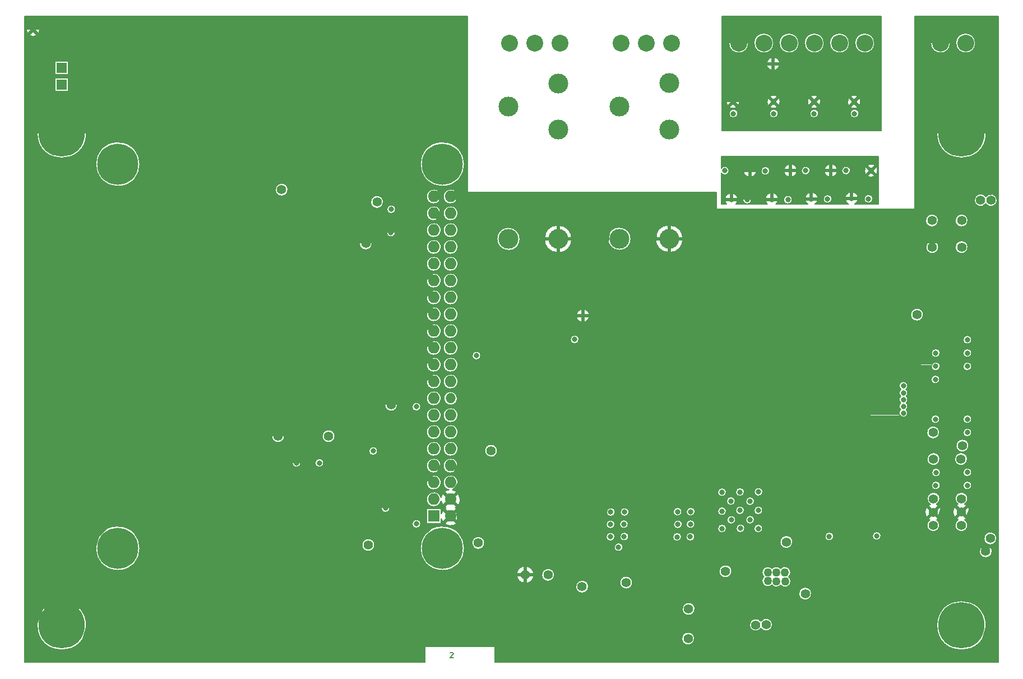
<source format=gbr>
%FSLAX23Y23*%
%MOIN*%
G04 EasyPC Gerber Version 17.0 Build 3379 *
%ADD74O,0.06000X0.06000*%
%ADD73O,0.07000X0.07000*%
%ADD77R,0.06000X0.06000*%
%ADD75R,0.07000X0.07000*%
%ADD28C,0.00500*%
%ADD29C,0.02000*%
%ADD81C,0.03200*%
%ADD82C,0.05000*%
%ADD80C,0.05600*%
%ADD78C,0.10000*%
%ADD79C,0.11811*%
%ADD76C,0.24409*%
%ADD72C,0.27500*%
X0Y0D02*
D02*
D28*
X2439Y58D02*
Y152D01*
X2854*
Y58*
X5849*
Y3898*
X5350*
Y2753*
X5349Y2752*
X4172*
Y2852*
X2691*
Y3898*
X59*
Y58*
X2439*
X70Y3819D02*
G75*
G02X147I39D01*
G01*
G75*
G02X70I-39*
G01*
X132Y278D02*
G75*
G02X426I147D01*
G01*
G75*
G02X132I-147*
G01*
Y3203D02*
G75*
G02X426I147D01*
G01*
G75*
G02X132I-147*
G01*
X239Y3533D02*
X318D01*
Y3454*
X239*
Y3533*
Y3633D02*
X318D01*
Y3554*
X239*
Y3633*
X612Y605D02*
G75*
G02Y868J132D01*
G01*
G75*
G02Y605J-132*
G01*
Y2889D02*
G75*
G02Y3152J132D01*
G01*
G75*
G02Y2889J-132*
G01*
X1528Y1403D02*
G75*
G02X1603I38D01*
G01*
G75*
G02X1528I-38*
G01*
X1549Y2868D02*
G75*
G02X1624I38D01*
G01*
G75*
G02X1549I-38*
G01*
X1649Y1244D02*
G75*
G02X1700I26D01*
G01*
G75*
G02X1649I-26*
G01*
X1785D02*
G75*
G02X1836I26D01*
G01*
G75*
G02X1785I-26*
G01*
X1828Y1403D02*
G75*
G02X1903I38D01*
G01*
G75*
G02X1828I-38*
G01*
X2049Y2548D02*
G75*
G02X2124I38D01*
G01*
G75*
G02X2049I-38*
G01*
X2064Y756D02*
G75*
G02X2139I38D01*
G01*
G75*
G02X2064I-38*
G01*
X2105Y1315D02*
G75*
G02X2156I26D01*
G01*
G75*
G02X2105I-26*
G01*
X2116Y2795D02*
G75*
G02X2191I38D01*
G01*
G75*
G02X2116I-38*
G01*
X2179Y975D02*
G75*
G02X2230I26D01*
G01*
G75*
G02X2179I-26*
G01*
X2200Y1590D02*
G75*
G02X2275I38D01*
G01*
G75*
G02X2200I-38*
G01*
X2211Y2613D02*
G75*
G02X2262I26D01*
G01*
G75*
G02X2211I-26*
G01*
X2212Y2752D02*
G75*
G02X2263I26D01*
G01*
G75*
G02X2212I-26*
G01*
X2362Y882D02*
G75*
G02X2413I26D01*
G01*
G75*
G02X2362I-26*
G01*
Y1578D02*
G75*
G02X2413I26D01*
G01*
G75*
G02X2362I-26*
G01*
X2491Y1172D02*
G75*
G02Y1083J-44D01*
G01*
G75*
G02Y1172J44*
G01*
Y1272D02*
G75*
G02Y1183J-44D01*
G01*
G75*
G02Y1272J44*
G01*
Y1372D02*
G75*
G02Y1283J-44D01*
G01*
G75*
G02Y1372J44*
G01*
Y1472D02*
G75*
G02Y1383J-44D01*
G01*
G75*
G02Y1472J44*
G01*
Y1572D02*
G75*
G02Y1483J-44D01*
G01*
G75*
G02Y1572J44*
G01*
Y1672D02*
G75*
G02Y1583J-44D01*
G01*
G75*
G02Y1672J44*
G01*
Y1772D02*
G75*
G02Y1683J-44D01*
G01*
G75*
G02Y1772J44*
G01*
Y1872D02*
G75*
G02Y1783J-44D01*
G01*
G75*
G02Y1872J44*
G01*
Y1972D02*
G75*
G02Y1883J-44D01*
G01*
G75*
G02Y1972J44*
G01*
Y2072D02*
G75*
G02Y1983J-44D01*
G01*
G75*
G02Y2072J44*
G01*
Y2172D02*
G75*
G02Y2083J-44D01*
G01*
G75*
G02Y2172J44*
G01*
Y2272D02*
G75*
G02Y2183J-44D01*
G01*
G75*
G02Y2272J44*
G01*
Y2372D02*
G75*
G02Y2283J-44D01*
G01*
G75*
G02Y2372J44*
G01*
Y2472D02*
G75*
G02Y2383J-44D01*
G01*
G75*
G02Y2472J44*
G01*
Y2572D02*
G75*
G02Y2483J-44D01*
G01*
G75*
G02Y2572J44*
G01*
Y2672D02*
G75*
G02Y2583J-44D01*
G01*
G75*
G02Y2672J44*
G01*
Y2772D02*
G75*
G02Y2683J-44D01*
G01*
G75*
G02Y2772J44*
G01*
Y2872D02*
G75*
G02Y2783J-44D01*
G01*
G75*
G02Y2872J44*
G01*
X2534Y1018D02*
G75*
G02X2491Y983I-43J10D01*
G01*
G75*
G02Y1072J44*
G01*
G75*
G02X2534Y1038J-44*
G01*
G75*
G02X2581Y1084I57J-10*
G01*
G75*
G02X2591Y1172I10J43*
G01*
G75*
G02X2601Y1084J-44*
G01*
G75*
G02X2619Y978I-10J-57*
G01*
G75*
G02X2591Y870I-28J-50*
G01*
G75*
G02X2536Y913J58*
G01*
Y883*
X2447*
Y972*
X2536*
Y943*
G75*
G02X2563Y978I56J-15*
G01*
G75*
G02X2534Y1018I28J50*
G01*
X2542Y605D02*
G75*
G02Y868J132D01*
G01*
G75*
G02Y605J-132*
G01*
Y2889D02*
G75*
G02Y3152J132D01*
G01*
G75*
G02Y2889J-132*
G01*
X2591Y1183D02*
G75*
G02Y1272J44D01*
G01*
G75*
G02Y1183J-44*
G01*
Y1283D02*
G75*
G02Y1372J44D01*
G01*
G75*
G02Y1283J-44*
G01*
Y1383D02*
G75*
G02Y1472J44D01*
G01*
G75*
G02Y1383J-44*
G01*
Y1483D02*
G75*
G02Y1572J44D01*
G01*
G75*
G02Y1483J-44*
G01*
Y1588D02*
G75*
G02Y1667J40D01*
G01*
G75*
G02Y1588J-40*
G01*
Y1683D02*
G75*
G02Y1772J44D01*
G01*
G75*
G02Y1683J-44*
G01*
Y1783D02*
G75*
G02Y1872J44D01*
G01*
G75*
G02Y1783J-44*
G01*
Y1883D02*
G75*
G02Y1972J44D01*
G01*
G75*
G02Y1883J-44*
G01*
Y1983D02*
G75*
G02Y2072J44D01*
G01*
G75*
G02Y1983J-44*
G01*
Y2083D02*
G75*
G02Y2172J44D01*
G01*
G75*
G02Y2083J-44*
G01*
Y2183D02*
G75*
G02Y2272J44D01*
G01*
G75*
G02Y2183J-44*
G01*
Y2283D02*
G75*
G02Y2372J44D01*
G01*
G75*
G02Y2283J-44*
G01*
Y2383D02*
G75*
G02Y2472J44D01*
G01*
G75*
G02Y2383J-44*
G01*
Y2483D02*
G75*
G02Y2572J44D01*
G01*
G75*
G02Y2483J-44*
G01*
Y2583D02*
G75*
G02Y2672J44D01*
G01*
G75*
G02Y2583J-44*
G01*
Y2683D02*
G75*
G02Y2772J44D01*
G01*
G75*
G02Y2683J-44*
G01*
Y2783D02*
G75*
G02Y2872J44D01*
G01*
G75*
G02Y2783J-44*
G01*
X2718Y768D02*
G75*
G02X2793I38D01*
G01*
G75*
G02X2718I-38*
G01*
X2719Y1882D02*
G75*
G02X2770I26D01*
G01*
G75*
G02X2719I-26*
G01*
X2832Y1279D02*
G75*
G02Y1354J38D01*
G01*
G75*
G02Y1279J-38*
G01*
X2935Y2644D02*
G75*
G02Y2507J-69D01*
G01*
G75*
G02Y2644J69*
G01*
X3035Y529D02*
G75*
G02Y630J51D01*
G01*
G75*
G02Y529J-51*
G01*
X3133Y578D02*
G75*
G02X3208I38D01*
G01*
G75*
G02X3133I-38*
G01*
X3230Y2657D02*
G75*
G02Y2494J-82D01*
G01*
G75*
G02Y2657J82*
G01*
X3303Y1978D02*
G75*
G02X3354I26D01*
G01*
G75*
G02X3303I-26*
G01*
X3336Y508D02*
G75*
G02X3411I38D01*
G01*
G75*
G02X3336I-38*
G01*
X3339Y2119D02*
G75*
G02X3416I39D01*
G01*
G75*
G02X3339I-39*
G01*
X3516Y805D02*
G75*
G02X3567I26D01*
G01*
G75*
G02X3516I-26*
G01*
Y879D02*
G75*
G02X3567I26D01*
G01*
G75*
G02X3516I-26*
G01*
X3518Y952D02*
G75*
G02X3569I26D01*
G01*
G75*
G02X3518I-26*
G01*
X3564Y743D02*
G75*
G02X3615I26D01*
G01*
G75*
G02X3564I-26*
G01*
X3595Y2645D02*
G75*
G02Y2508J-69D01*
G01*
G75*
G02Y2645J69*
G01*
X3596Y880D02*
G75*
G02X3647I26D01*
G01*
G75*
G02X3596I-26*
G01*
X3598Y806D02*
G75*
G02X3649I26D01*
G01*
G75*
G02X3598I-26*
G01*
X3600Y952D02*
G75*
G02X3651I26D01*
G01*
G75*
G02X3600I-26*
G01*
X3635Y570D02*
G75*
G02Y495J-38D01*
G01*
G75*
G02Y570J38*
G01*
X3891Y2658D02*
G75*
G02Y2495J-82D01*
G01*
G75*
G02Y2658J82*
G01*
X3912Y804D02*
G75*
G02X3963I26D01*
G01*
G75*
G02X3912I-26*
G01*
X3915Y954D02*
G75*
G02X3966I26D01*
G01*
G75*
G02X3915I-26*
G01*
X3917Y879D02*
G75*
G02X3968I26D01*
G01*
G75*
G02X3917I-26*
G01*
X3966Y200D02*
G75*
G02X4041I38D01*
G01*
G75*
G02X3966I-38*
G01*
X3969Y376D02*
G75*
G02X4044I38D01*
G01*
G75*
G02X3969I-38*
G01*
X3991Y805D02*
G75*
G02X4042I26D01*
G01*
G75*
G02X3991I-26*
G01*
X3992Y880D02*
G75*
G02X4043I26D01*
G01*
G75*
G02X3992I-26*
G01*
X3993Y954D02*
G75*
G02X4044I26D01*
G01*
G75*
G02X3993I-26*
G01*
X4179Y854D02*
G75*
G02X4230I26D01*
G01*
G75*
G02X4179I-26*
G01*
Y957D02*
G75*
G02X4230I26D01*
G01*
G75*
G02X4179I-26*
G01*
Y1070D02*
G75*
G02X4230I26D01*
G01*
G75*
G02X4179I-26*
G01*
X4188Y600D02*
G75*
G02X4263I38D01*
G01*
G75*
G02X4188I-38*
G01*
X4232Y1017D02*
G75*
G02X4283I26D01*
G01*
G75*
G02X4232I-26*
G01*
X4234Y906D02*
G75*
G02X4285I26D01*
G01*
G75*
G02X4234I-26*
G01*
X4286Y962D02*
G75*
G02X4337I26D01*
G01*
G75*
G02X4286I-26*
G01*
Y1071D02*
G75*
G02X4337I26D01*
G01*
G75*
G02X4286I-26*
G01*
X4289Y855D02*
G75*
G02X4340I26D01*
G01*
G75*
G02X4289I-26*
G01*
X4346Y906D02*
G75*
G02X4397I26D01*
G01*
G75*
G02X4346I-26*
G01*
Y1016D02*
G75*
G02X4397I26D01*
G01*
G75*
G02X4346I-26*
G01*
X4395Y854D02*
G75*
G02X4446I26D01*
G01*
G75*
G02X4395I-26*
G01*
Y962D02*
G75*
G02X4446I26D01*
G01*
G75*
G02X4395I-26*
G01*
X4396Y1072D02*
G75*
G02X4447I26D01*
G01*
G75*
G02X4396I-26*
G01*
X4436Y302D02*
G75*
G02X4505Y282I32J-20D01*
G01*
G75*
G02X4437Y261I-38*
G01*
G75*
G02X4368Y281I-32J20*
G01*
G75*
G02X4436Y302I38*
G01*
X4454Y567D02*
G75*
G02X4442Y593I23J26D01*
G01*
G75*
G02X4502Y616I35*
G01*
G75*
G02X4553Y617I26J-23*
G01*
G75*
G02X4614Y594I26J-23*
G01*
G75*
G02X4601Y568I-35*
G01*
G75*
G02X4615Y540I-21J-27*
G01*
G75*
G02X4554Y518I-35*
G01*
G75*
G02X4502Y518I-26J22*
G01*
G75*
G02X4442Y542I-25J24*
G01*
G75*
G02X4454Y567I35J0*
G01*
X4550Y774D02*
G75*
G02X4625I38D01*
G01*
G75*
G02X4550I-38*
G01*
X4662Y467D02*
G75*
G02X4737I38D01*
G01*
G75*
G02X4662I-38*
G01*
X4817Y807D02*
G75*
G02X4868I26D01*
G01*
G75*
G02X4817I-26*
G01*
X5099Y810D02*
G75*
G02X5150I26D01*
G01*
G75*
G02X5099I-26*
G01*
X5268Y1561D02*
G75*
G02Y1601I16J20D01*
G01*
G75*
G02Y1641I16J20*
G01*
G75*
G02X5269Y1682I16J20*
G01*
G75*
G02X5284Y1728I15J21*
G01*
G75*
G02X5299Y1682J-26*
G01*
G75*
G02X5300Y1641I-15J-21*
G01*
G75*
G02Y1601I-16J-20*
G01*
G75*
G02Y1561I-16J-20*
G01*
G75*
G02X5284Y1516I-16J-20*
G01*
G75*
G02X5268Y1561J26*
G01*
X5327Y2125D02*
G75*
G02X5402I38D01*
G01*
G75*
G02X5327I-38*
G01*
X5416Y2685D02*
G75*
G02X5491I38D01*
G01*
G75*
G02X5416I-38*
G01*
X5418Y2527D02*
G75*
G02X5493I38D01*
G01*
G75*
G02X5418I-38*
G01*
X5423Y1425D02*
G75*
G02X5498I38D01*
G01*
G75*
G02X5423I-38*
G01*
X5425Y1267D02*
G75*
G02X5500I38D01*
G01*
G75*
G02X5425I-38*
G01*
X5441Y905D02*
G75*
G02X5444Y998I21J46D01*
G01*
G75*
G02X5425Y1031I19J32*
G01*
G75*
G02X5500I38*
G01*
G75*
G02X5480Y998I-38*
G01*
G75*
G02X5482Y905I-19J-47*
G01*
G75*
G02X5499Y874I-21J-31*
G01*
G75*
G02X5424I-38*
G01*
G75*
G02X5441Y905I38*
G01*
X5444Y3740D02*
G75*
G02X5563I59D01*
G01*
G75*
G02X5444I-59*
G01*
X5448Y1504D02*
G75*
G02X5499I26D01*
G01*
G75*
G02X5448I-26*
G01*
Y1740D02*
G75*
G02X5499I26D01*
G01*
G75*
G02X5448I-26*
G01*
X5450Y1818D02*
G75*
G02X5501I26D01*
G01*
G75*
G02X5450I-26*
G01*
Y1897D02*
G75*
G02X5501I26D01*
G01*
G75*
G02X5450I-26*
G01*
X5451Y1110D02*
G75*
G02X5502I26D01*
G01*
G75*
G02X5451I-26*
G01*
X5452Y1187D02*
G75*
G02X5503I26D01*
G01*
G75*
G02X5452I-26*
G01*
X5482Y278D02*
G75*
G02X5776I147D01*
G01*
G75*
G02X5482I-147*
G01*
Y3203D02*
G75*
G02X5776I147D01*
G01*
G75*
G02X5482I-147*
G01*
X5589Y1267D02*
G75*
G02X5664I38D01*
G01*
G75*
G02X5589I-38*
G01*
X5592Y2527D02*
G75*
G02X5667I38D01*
G01*
G75*
G02X5592I-38*
G01*
Y2685D02*
G75*
G02X5667I38D01*
G01*
G75*
G02X5592I-38*
G01*
X5594Y3740D02*
G75*
G02X5713I59D01*
G01*
G75*
G02X5594I-59*
G01*
X5597Y1347D02*
G75*
G02X5672I38D01*
G01*
G75*
G02X5597I-38*
G01*
X5609Y906D02*
G75*
G02Y999I19J47D01*
G01*
G75*
G02X5591Y1031I19J32*
G01*
G75*
G02X5666I38*
G01*
G75*
G02X5648Y999I-38*
G01*
G75*
G02Y906I-19J-47*
G01*
G75*
G02X5666Y874I-19J-32*
G01*
G75*
G02X5591I-38*
G01*
G75*
G02X5609Y906I38*
G01*
X5638Y1110D02*
G75*
G02X5689I26D01*
G01*
G75*
G02X5638I-26*
G01*
Y1188D02*
G75*
G02X5689I26D01*
G01*
G75*
G02X5638I-26*
G01*
Y1425D02*
G75*
G02X5689I26D01*
G01*
G75*
G02X5638I-26*
G01*
Y1504D02*
G75*
G02X5689I26D01*
G01*
G75*
G02X5638I-26*
G01*
Y1818D02*
G75*
G02X5689I26D01*
G01*
G75*
G02X5638I-26*
G01*
Y1897D02*
G75*
G02X5689I26D01*
G01*
G75*
G02X5638I-26*
G01*
Y1976D02*
G75*
G02X5689I26D01*
G01*
G75*
G02X5638I-26*
G01*
X5736Y718D02*
G75*
G02X5811I38D01*
G01*
G75*
G02X5736I-38*
G01*
X5763Y795D02*
G75*
G02X5838I38D01*
G01*
G75*
G02X5763I-38*
G01*
X5773Y2785D02*
G75*
G02X5705Y2806I-31J21D01*
G01*
G75*
G02X5773Y2826I38*
G01*
G75*
G02X5842Y2806I31J-21*
G01*
G75*
G02X5773Y2785I-38*
G01*
X59Y3819D02*
G36*
Y3593D01*
X239*
Y3633*
X318*
Y3593*
X2691*
Y3819*
X147*
G75*
G02X70I-39*
G01*
X59*
G37*
X70D02*
G36*
G75*
G02X147I39D01*
G01*
X2691*
Y3898*
X59*
Y3819*
X70*
G37*
X59Y278D02*
G36*
Y200D01*
X154*
G75*
G02X132Y278I125J78*
G01*
X59*
G37*
X132D02*
G36*
G75*
G02X169Y376I147D01*
G01*
X59*
Y278*
X132*
G37*
X426D02*
G36*
G75*
G02X403Y200I-147J0D01*
G01*
X3966*
G75*
G02X4041I38*
G01*
X5504*
G75*
G02X5482Y278I125J78*
G01*
X4505*
G75*
G02X4437Y261I-37J4*
G01*
G75*
G02X4368Y278I-32J20*
G01*
X426*
G37*
X4368D02*
G36*
G75*
G02X4368Y281I37J3D01*
G01*
G75*
G02X4436Y302I38*
G01*
G75*
G02X4505Y282I32J-20*
G01*
G75*
G02X4505Y278I-38*
G01*
X5482*
G75*
G02X5519Y376I147*
G01*
X4044*
G75*
G02X3969I-38*
G01*
X388*
G75*
G02X426Y278I-110J-98*
G01*
X4368*
G37*
X5776D02*
G36*
G75*
G02X5753Y200I-147J0D01*
G01*
X5849*
Y278*
X5776*
G37*
X5849D02*
G36*
Y376D01*
X5738*
G75*
G02X5776Y278I-110J-98*
G01*
X5849*
G37*
X59Y3203D02*
G36*
Y3020D01*
X481*
G75*
G02X612Y3152I132*
G01*
G75*
G02X744Y3020J-132*
G01*
X2410*
G75*
G02X2542Y3152I132*
G01*
G75*
G02X2673Y3020J-132*
G01*
X2691*
Y3203*
X426*
G75*
G02X132I-147*
G01*
X59*
G37*
X132D02*
G36*
G75*
G02X426I147D01*
G01*
X2691*
Y3493*
X318*
Y3454*
X239*
Y3493*
X59*
Y3203*
X132*
G37*
X5350D02*
G36*
Y2795D01*
X5706*
G75*
G02X5705Y2806I36J10*
G01*
G75*
G02X5773Y2826I38*
G01*
G75*
G02X5842Y2806I31J-21*
G01*
G75*
G02X5841Y2795I-38*
G01*
X5849*
Y3203*
X5776*
G75*
G02X5482I-147*
G01*
X5350*
G37*
X5482D02*
G36*
G75*
G02X5776I147D01*
G01*
X5849*
Y3740*
X5713*
G75*
G02X5594I-59*
G01*
X5563*
G75*
G02X5444I-59*
G01*
X5350*
Y3203*
X5482*
G37*
X239Y3493D02*
G36*
Y3533D01*
X318*
Y3493*
X2691*
Y3593*
X318*
Y3554*
X239*
Y3593*
X59*
Y3493*
X239*
G37*
X59Y737D02*
G36*
Y579D01*
X2985*
G75*
G02X3035Y630I51*
G01*
G75*
G02X3086Y579J-51*
G01*
X3133*
G75*
G02X3207I37J-1*
G01*
X4195*
G75*
G02X4188Y600I31J21*
G01*
G75*
G02X4263I38*
G01*
G75*
G02X4257Y579I-38J0*
G01*
X4445*
G75*
G02X4442Y593I32J14*
G01*
G75*
G02X4502Y616I35*
G01*
G75*
G02X4553Y617I26J-23*
G01*
G75*
G02X4614Y594I26J-23*
G01*
G75*
G02X4610Y579I-35J0*
G01*
X5849*
Y737*
X5806*
G75*
G02X5811Y718I-32J-19*
G01*
G75*
G02X5736I-38*
G01*
G75*
G02X5741Y737I38J0*
G01*
X4593*
G75*
G02X4582I-5J37*
G01*
X3614*
G75*
G02X3564I-25J6*
G01*
X2777*
G75*
G02X2734I-22J31*
G01*
X2673*
G75*
G02X2542Y605I-132*
G01*
G75*
G02X2410Y737J132*
G01*
X2134*
G75*
G02X2070I-32J19*
G01*
X744*
G75*
G02X612Y605I-132*
G01*
G75*
G02X481Y737J132*
G01*
X59*
G37*
X481D02*
G36*
G75*
G02X500Y805I132D01*
G01*
X59*
Y737*
X481*
G37*
X2070D02*
G36*
G75*
G02X2064Y756I32J19D01*
G01*
G75*
G02X2139I38*
G01*
G75*
G02X2134Y737I-38*
G01*
X2410*
G75*
G02X2429Y805I132*
G01*
X725*
G75*
G02X744Y737I-113J-68*
G01*
X2070*
G37*
X2734D02*
G36*
G75*
G02X2718Y768I22J31D01*
G01*
G75*
G02X2754Y805I38*
G01*
X2654*
G75*
G02X2673Y737I-113J-68*
G01*
X2734*
G37*
X3564D02*
G36*
G75*
G02X3564Y743I25J6D01*
G01*
G75*
G02X3615I26*
G01*
G75*
G02X3614Y737I-26J0*
G01*
X4582*
G75*
G02X4550Y774I5J37*
G01*
G75*
G02X4566Y805I38*
G01*
X4042*
G75*
G02X3991I-26*
G01*
X3963*
G75*
G02X3963Y804I-25J-1*
G01*
G75*
G02X3912I-26*
G01*
G75*
G02X3912Y805I25J0*
G01*
X3649*
G75*
G02X3598I-25J1*
G01*
X3567*
G75*
G02X3516I-26*
G01*
X2758*
G75*
G02X2793Y768I-2J-37*
G01*
G75*
G02X2777Y737I-38*
G01*
X3564*
G37*
X5741D02*
G36*
G75*
G02X5806I32J-19D01*
G01*
X5849*
Y805*
X5837*
G75*
G02X5838Y795I-36J-10*
G01*
G75*
G02X5763I-38*
G01*
G75*
G02X5765Y805I38J0*
G01*
X5149*
G75*
G02X5099I-25J5*
G01*
X4868*
G75*
G02X4817I-25J2*
G01*
X4609*
G75*
G02X4625Y774I-21J-31*
G01*
G75*
G02X4593Y737I-38*
G01*
X5741*
G37*
X59Y3020D02*
G36*
Y2868D01*
X1549*
G75*
G02X1624I38*
G01*
X2472*
G75*
G02X2491Y2872I19J-40*
G01*
G75*
G02X2510Y2868J-44*
G01*
X2572*
G75*
G02X2591Y2872I19J-40*
G01*
G75*
G02X2610Y2868J-44*
G01*
X2691*
Y3020*
X2673*
G75*
G02X2542Y2889I-132*
G01*
G75*
G02X2410Y3020J132*
G01*
X744*
G75*
G02X612Y2889I-132*
G01*
G75*
G02X481Y3020J132*
G01*
X59*
G37*
Y1403D02*
G36*
Y1315D01*
X2105*
G75*
G02X2156I26*
G01*
X2448*
G75*
G02X2491Y1372I43J12*
G01*
G75*
G02X2534Y1315J-44*
G01*
X2548*
G75*
G02X2591Y1372I43J12*
G01*
G75*
G02X2634Y1315J-44*
G01*
X2794*
G75*
G02X2832Y1354I37J1*
G01*
G75*
G02X2869Y1315J-38*
G01*
X5614*
G75*
G02X5597Y1347I21J31*
G01*
G75*
G02X5672I38*
G01*
G75*
G02X5656Y1315I-38*
G01*
X5849*
Y1403*
X5676*
G75*
G02X5652I-12J22*
G01*
X5490*
G75*
G02X5430I-30J22*
G01*
X2628*
G75*
G02X2591Y1383I-37J25*
G01*
G75*
G02X2554Y1403J44*
G01*
X2528*
G75*
G02X2491Y1383I-37J25*
G01*
G75*
G02X2454Y1403J44*
G01*
X1903*
G75*
G02X1828I-38*
G01*
X1603*
G75*
G02X1528I-38*
G01*
X59*
G37*
X1528D02*
G36*
G75*
G02X1603I38D01*
G01*
X1828*
G75*
G02X1903I38*
G01*
X2454*
G75*
G02X2491Y1472I37J25*
G01*
G75*
G02X2528Y1403J-44*
G01*
X2554*
G75*
G02X2591Y1472I37J25*
G01*
G75*
G02X2628Y1403J-44*
G01*
X5430*
G75*
G02X5423Y1425I30J22*
G01*
G75*
G02X5498I38*
G01*
G75*
G02X5490Y1403I-38*
G01*
X5652*
G75*
G02X5638Y1425I12J22*
G01*
G75*
G02X5689I26*
G01*
G75*
G02X5676Y1403I-26*
G01*
X5849*
Y1528*
X5673*
G75*
G02X5689Y1504I-9J-24*
G01*
G75*
G02X5638I-26*
G01*
G75*
G02X5654Y1528I26*
G01*
X5483*
G75*
G02X5499Y1504I-9J-24*
G01*
G75*
G02X5448I-26*
G01*
G75*
G02X5465Y1528I26*
G01*
X5306*
G75*
G02X5284Y1516I-22J14*
G01*
G75*
G02X5263Y1528J26*
G01*
X2636*
G75*
G02X2591Y1483I-44*
G01*
G75*
G02X2547Y1528J44*
G01*
X2536*
G75*
G02X2491Y1483I-44*
G01*
G75*
G02X2447Y1528J44*
G01*
X59*
Y1403*
X1528*
G37*
X59Y2868D02*
G36*
Y2795D01*
X2116*
G75*
G02X2191I38*
G01*
X2461*
G75*
G02X2472Y2868I30J33*
G01*
X1624*
G75*
G02X1549I-38*
G01*
X59*
G37*
X2510D02*
G36*
G75*
G02X2521Y2795I-19J-40D01*
G01*
X2561*
G75*
G02X2572Y2868I30J33*
G01*
X2510*
G37*
X2610D02*
G36*
G75*
G02X2621Y2795I-19J-40D01*
G01*
X4172*
Y2852*
X2691*
Y2868*
X2610*
G37*
X59Y1244D02*
G36*
Y1187D01*
X2473*
G75*
G02X2450Y1244I18J41*
G01*
X1836*
G75*
G02X1785I-26*
G01*
X1700*
G75*
G02X1649I-26*
G01*
X59*
G37*
X1649D02*
G36*
G75*
G02X1700I26D01*
G01*
X1785*
G75*
G02X1836I26*
G01*
X2450*
G75*
G02X2491Y1272I41J-17*
G01*
G75*
G02X2532Y1244J-44*
G01*
X2550*
G75*
G02X2591Y1272I41J-17*
G01*
G75*
G02X2632Y1244J-44*
G01*
X5433*
G75*
G02X5425Y1267I30J22*
G01*
G75*
G02X5500I38*
G01*
G75*
G02X5493Y1244I-38*
G01*
X5596*
G75*
G02X5589Y1267I30J22*
G01*
G75*
G02X5664I38*
G01*
G75*
G02X5656Y1244I-38*
G01*
X5849*
Y1315*
X5656*
G75*
G02X5614I-21J31*
G01*
X2869*
G75*
G02X2832Y1279I-37J1*
G01*
G75*
G02X2794Y1315J38*
G01*
X2634*
G75*
G02X2591Y1283I-43J12*
G01*
G75*
G02X2548Y1315J44*
G01*
X2534*
G75*
G02X2491Y1283I-43J12*
G01*
G75*
G02X2448Y1315J44*
G01*
X2156*
G75*
G02X2105I-26*
G01*
X59*
Y1244*
X1649*
G37*
X2532D02*
G36*
G75*
G02X2509Y1187I-41J-17D01*
G01*
X2573*
G75*
G02X2550Y1244I18J41*
G01*
X2532*
G37*
X2632D02*
G36*
G75*
G02X2609Y1187I-41J-17D01*
G01*
X5452*
G75*
G02X5503I26*
G01*
X5638*
G75*
G02X5638Y1188I25J1*
G01*
G75*
G02X5689I26*
G01*
G75*
G02X5689Y1187I-26J0*
G01*
X5849*
Y1244*
X5656*
G75*
G02X5596I-30J22*
G01*
X5493*
G75*
G02X5433I-30J22*
G01*
X2632*
G37*
X59Y2548D02*
G36*
Y2428D01*
X2447*
G75*
G02X2491Y2472I44*
G01*
G75*
G02X2536Y2428J-44*
G01*
X2547*
G75*
G02X2591Y2472I44*
G01*
G75*
G02X2636Y2428J-44*
G01*
X5849*
Y2548*
X5661*
G75*
G02X5667Y2527I-31J-21*
G01*
G75*
G02X5592I-38*
G01*
G75*
G02X5599Y2548I38*
G01*
X5486*
G75*
G02X5493Y2527I-31J-21*
G01*
G75*
G02X5418I-38*
G01*
G75*
G02X5424Y2548I38*
G01*
X3967*
G75*
G02X3891Y2495I-77J28*
G01*
G75*
G02X3814Y2548J82*
G01*
X3658*
G75*
G02X3595Y2508I-63J28*
G01*
G75*
G02X3533Y2548J69*
G01*
X3307*
G75*
G02X3230Y2494I-77J27*
G01*
G75*
G02X3153Y2548J82*
G01*
X2998*
G75*
G02X2935Y2507I-63J27*
G01*
G75*
G02X2872Y2548J69*
G01*
X2630*
G75*
G02X2591Y2483I-39J-21*
G01*
G75*
G02X2552Y2548J44*
G01*
X2530*
G75*
G02X2491Y2483I-39J-21*
G01*
G75*
G02X2452Y2548J44*
G01*
X2124*
G75*
G02X2049I-38*
G01*
X59*
G37*
X2049D02*
G36*
G75*
G02X2124I38D01*
G01*
X2452*
G75*
G02X2491Y2572I39J-21*
G01*
G75*
G02X2530Y2548J-44*
G01*
X2552*
G75*
G02X2591Y2572I39J-21*
G01*
G75*
G02X2630Y2548J-44*
G01*
X2872*
G75*
G02X2878Y2613I63J27*
G01*
X2633*
G75*
G02X2591Y2583I-42J14*
G01*
G75*
G02X2549Y2613J44*
G01*
X2533*
G75*
G02X2491Y2583I-42J14*
G01*
G75*
G02X2449Y2613J44*
G01*
X2262*
G75*
G02X2211I-26*
G01*
X59*
Y2548*
X2049*
G37*
X3153D02*
G36*
G75*
G02X3158Y2613I77J27D01*
G01*
X2992*
G75*
G02X2998Y2548I-57J-38*
G01*
X3153*
G37*
X3533D02*
G36*
G75*
G02X3537Y2613I63J28D01*
G01*
X3302*
G75*
G02X3307Y2548I-72J-38*
G01*
X3533*
G37*
X3814D02*
G36*
G75*
G02X3818Y2613I77J28D01*
G01*
X3653*
G75*
G02X3658Y2548I-58J-37*
G01*
X3814*
G37*
X5424D02*
G36*
G75*
G02X5486I31J-21D01*
G01*
X5599*
G75*
G02X5661I31J-21*
G01*
X5849*
Y2613*
X3963*
G75*
G02X3967Y2548I-73J-37*
G01*
X5424*
G37*
X59Y2795D02*
G36*
Y2752D01*
X2212*
G75*
G02X2263I26*
G01*
X2454*
G75*
G02X2491Y2772I37J-24*
G01*
G75*
G02X2528Y2752J-44*
G01*
X2554*
G75*
G02X2591Y2772I37J-24*
G01*
G75*
G02X2628Y2752J-44*
G01*
X4172*
Y2795*
X2621*
G75*
G02X2591Y2783I-30J33*
G01*
G75*
G02X2561Y2795J44*
G01*
X2521*
G75*
G02X2491Y2783I-30J33*
G01*
G75*
G02X2461Y2795J44*
G01*
X2191*
G75*
G02X2116I-38*
G01*
X59*
G37*
X5350D02*
G36*
Y2753D01*
X5349Y2752*
X4172*
X2628*
G75*
G02X2602Y2685I-37J-24*
G01*
X5416*
G75*
G02X5491I38*
G01*
X5592*
G75*
G02X5667I38*
G01*
X5849*
Y2795*
X5841*
G75*
G02X5773Y2785I-36J10*
G01*
G75*
G02X5706Y2795I-31J21*
G01*
X5350*
G37*
X59Y975D02*
G36*
Y882D01*
X2362*
G75*
G02X2413I26*
G01*
X2556*
G75*
G02X2536Y913I35J45*
G01*
Y883*
X2447*
Y972*
X2536*
Y943*
G75*
G02X2558Y975I56J-15*
G01*
X2230*
G75*
G02X2179I-26*
G01*
X59*
G37*
X2179D02*
G36*
G75*
G02X2230I26D01*
G01*
X2558*
G75*
G02X2563Y978I33J-47*
G01*
G75*
G02X2534Y1018I28J50*
G01*
G75*
G02X2491Y983I-43J10*
G01*
G75*
G02X2448Y1017J44*
G01*
X59*
Y975*
X2179*
G37*
X2624D02*
G36*
G75*
G02X2627Y882I-33J-47D01*
G01*
X3517*
G75*
G02X3567I25J-4*
G01*
X3596*
G75*
G02X3647I25J-2*
G01*
X3917*
G75*
G02X3968I25J-4*
G01*
X3992*
G75*
G02X4043I25J-2*
G01*
X4250*
G75*
G02X4234Y906I9J24*
G01*
G75*
G02X4285I26*
G01*
G75*
G02X4269Y882I-26*
G01*
X4362*
G75*
G02X4346Y906I9J24*
G01*
G75*
G02X4397I26*
G01*
G75*
G02X4381Y882I-26*
G01*
X5425*
G75*
G02X5441Y905I36J-9*
G01*
G75*
G02X5417Y975I21J46*
G01*
X4443*
G75*
G02X4446Y962I-22J-12*
G01*
G75*
G02X4395I-26*
G01*
G75*
G02X4398Y975I26*
G01*
X4334*
G75*
G02X4337Y962I-22J-12*
G01*
G75*
G02X4286I-26*
G01*
G75*
G02X4290Y975I26*
G01*
X4223*
G75*
G02X4230Y957I-19J-17*
G01*
G75*
G02X4179I-26*
G01*
G75*
G02X4186Y975I26*
G01*
X4033*
G75*
G02X4044Y954I-14J-21*
G01*
G75*
G02X3993I-26*
G01*
G75*
G02X4005Y975I26*
G01*
X3954*
G75*
G02X3966Y954I-14J-21*
G01*
G75*
G02X3915I-26*
G01*
G75*
G02X3926Y975I26*
G01*
X3638*
G75*
G02X3651Y952I-12J-22*
G01*
G75*
G02X3600I-26*
G01*
G75*
G02X3613Y975I26*
G01*
X3555*
G75*
G02X3569Y952I-12J-22*
G01*
G75*
G02X3518I-26*
G01*
G75*
G02X3531Y975I26*
G01*
X2624*
G37*
X3531D02*
G36*
G75*
G02X3555I12J-22D01*
G01*
X3613*
G75*
G02X3638I12J-22*
G01*
X3926*
G75*
G02X3954I14J-21*
G01*
X4005*
G75*
G02X4033I14J-21*
G01*
X4186*
G75*
G02X4223I19J-17*
G01*
X4290*
G75*
G02X4334I22J-12*
G01*
X4398*
G75*
G02X4443I22J-12*
G01*
X5417*
G75*
G02X5444Y998I45J-24*
G01*
G75*
G02X5428Y1017I19J32*
G01*
X4397*
G75*
G02X4397Y1016I-25J-1*
G01*
G75*
G02X4346I-26*
G01*
G75*
G02X4346Y1017I25J0*
G01*
X4283*
G75*
G02X4232I-26*
G01*
X2648*
G75*
G02X2619Y978I-57J10*
G01*
G75*
G02X2624Y975I-28J-50*
G01*
X3531*
G37*
X5506D02*
G36*
G75*
G02X5482Y905I-45J-24D01*
G01*
G75*
G02X5498Y882I-21J-31*
G01*
X5592*
G75*
G02X5609Y906I36J-9*
G01*
G75*
G02X5583Y975I19J47*
G01*
X5506*
G37*
X5583D02*
G36*
G75*
G02X5609Y999I45J-22D01*
G01*
G75*
G02X5594Y1017I19J32*
G01*
X5498*
G75*
G02X5480Y998I-35J14*
G01*
G75*
G02X5506Y975I-19J-47*
G01*
X5583*
G37*
X5674D02*
G36*
G75*
G02X5648Y906I-45J-22D01*
G01*
G75*
G02X5665Y882I-19J-32*
G01*
X5849*
Y975*
X5674*
G37*
X5849D02*
G36*
Y1017D01*
X5664*
G75*
G02X5648Y999I-35J14*
G01*
G75*
G02X5674Y975I-19J-47*
G01*
X5849*
G37*
X59Y1590D02*
G36*
Y1528D01*
X2447*
G75*
G02X2491Y1572I44*
G01*
G75*
G02X2536Y1528J-44*
G01*
X2547*
G75*
G02X2591Y1572I44*
G01*
G75*
G02X2636Y1528J-44*
G01*
X5263*
G75*
G02X5268Y1561I22J14*
G01*
G75*
G02X5260Y1590I16J20*
G01*
X2603*
G75*
G02X2591Y1588I-12J38*
G01*
G75*
G02X2579Y1590J40*
G01*
X2515*
G75*
G02X2491Y1583I-24J38*
G01*
G75*
G02X2467Y1590J44*
G01*
X2410*
G75*
G02X2413Y1578I-22J-13*
G01*
G75*
G02X2362I-26*
G01*
G75*
G02X2365Y1590I26*
G01*
X2275*
G75*
G02X2200I-38*
G01*
X59*
G37*
X2200D02*
G36*
G75*
G02X2275I38D01*
G01*
X2365*
G75*
G02X2410I22J-13*
G01*
X2467*
G75*
G02X2491Y1672I24J38*
G01*
G75*
G02X2515Y1590J-44*
G01*
X2579*
G75*
G02X2591Y1667I12J38*
G01*
G75*
G02X2603Y1590J-40*
G01*
X5260*
G75*
G02X5268Y1601I24J-9*
G01*
G75*
G02Y1641I16J20*
G01*
G75*
G02X5269Y1682I16J20*
G01*
G75*
G02X5281Y1728I15J21*
G01*
X2636*
G75*
G02X2591Y1683I-44*
G01*
G75*
G02X2547Y1728J44*
G01*
X2536*
G75*
G02X2491Y1683I-44*
G01*
G75*
G02X2447Y1728J44*
G01*
X59*
Y1590*
X2200*
G37*
X5308D02*
G36*
G75*
G02X5300Y1561I-24J-9D01*
G01*
G75*
G02X5306Y1528I-16J-20*
G01*
X5465*
G75*
G02X5483I9J-24*
G01*
X5654*
G75*
G02X5673I9J-24*
G01*
X5849*
Y1590*
X5308*
G37*
X5849D02*
G36*
Y1728D01*
X5496*
G75*
G02X5451I-22J12*
G01*
X5287*
G75*
G02X5299Y1682I-3J-25*
G01*
G75*
G02X5300Y1641I-15J-21*
G01*
G75*
G02Y1601I-16J-20*
G01*
G75*
G02X5308Y1590I-16J-20*
G01*
X5849*
G37*
X2211Y2613D02*
G36*
G75*
G02X2262I26D01*
G01*
X2449*
G75*
G02X2491Y2672I42J14*
G01*
G75*
G02X2533Y2613J-44*
G01*
X2549*
G75*
G02X2591Y2672I42J14*
G01*
G75*
G02X2633Y2613J-44*
G01*
X2878*
G75*
G02X2935Y2644I57J-38*
G01*
G75*
G02X2992Y2613J-69*
G01*
X3158*
G75*
G02X3230Y2657I72J-38*
G01*
G75*
G02X3302Y2613J-82*
G01*
X3537*
G75*
G02X3595Y2645I58J-37*
G01*
G75*
G02X3653Y2613J-69*
G01*
X3818*
G75*
G02X3891Y2658I73J-37*
G01*
G75*
G02X3963Y2613J-82*
G01*
X5849*
Y2685*
X5667*
G75*
G02X5592I-38*
G01*
X5491*
G75*
G02X5416I-38*
G01*
X2602*
G75*
G02X2591Y2683I-11J43*
G01*
G75*
G02X2580Y2685J44*
G01*
X2502*
G75*
G02X2491Y2683I-11J43*
G01*
G75*
G02X2480Y2685J44*
G01*
X59*
Y2613*
X2211*
G37*
X59Y2752D02*
G36*
Y2685D01*
X2480*
G75*
G02X2454Y2752I11J43*
G01*
X2263*
G75*
G02X2212I-26*
G01*
X59*
G37*
X2528D02*
G36*
G75*
G02X2502Y2685I-37J-24D01*
G01*
X2580*
G75*
G02X2554Y2752I11J43*
G01*
X2528*
G37*
X59Y882D02*
G36*
Y854D01*
X552*
G75*
G02X612Y868I61J-117*
G01*
G75*
G02X673Y854J-132*
G01*
X2481*
G75*
G02X2542Y868I61J-117*
G01*
G75*
G02X2602Y854J-132*
G01*
X3537*
G75*
G02X3516Y879I5J25*
G01*
G75*
G02X3517Y882I26J0*
G01*
X2627*
G75*
G02X2591Y870I-35J45*
G01*
G75*
G02X2556Y882J58*
G01*
X2413*
G75*
G02X2362I-26*
G01*
X59*
G37*
X3567D02*
G36*
G75*
G02X3567Y879I-25J-4D01*
G01*
G75*
G02X3547Y854I-26*
G01*
X3937*
G75*
G02X3917Y879I5J25*
G01*
G75*
G02X3917Y882I26J0*
G01*
X3647*
G75*
G02X3647Y880I-25J-2*
G01*
G75*
G02X3596I-26*
G01*
G75*
G02X3596Y882I25J0*
G01*
X3567*
G37*
X3968D02*
G36*
G75*
G02X3968Y879I-25J-4D01*
G01*
G75*
G02X3948Y854I-26*
G01*
X4179*
G75*
G02X4230I26*
G01*
X4289*
G75*
G02X4289Y855I25J1*
G01*
G75*
G02X4340I26*
G01*
G75*
G02X4340Y854I-26J0*
G01*
X4395*
G75*
G02X4446I26*
G01*
X5430*
G75*
G02X5424Y874I32J20*
G01*
G75*
G02X5425Y882I38*
G01*
X4381*
G75*
G02X4362I-9J24*
G01*
X4269*
G75*
G02X4250I-9J24*
G01*
X4043*
G75*
G02X4043Y880I-25J-2*
G01*
G75*
G02X3992I-26*
G01*
G75*
G02X3992Y882I25J0*
G01*
X3968*
G37*
X5498D02*
G36*
G75*
G02X5499Y874I-36J-9D01*
G01*
G75*
G02X5493Y854I-38J0*
G01*
X5597*
G75*
G02X5591Y874I32J20*
G01*
G75*
G02X5592Y882I38*
G01*
X5498*
G37*
X5665D02*
G36*
G75*
G02X5666Y874I-36J-9D01*
G01*
G75*
G02X5660Y854I-38J0*
G01*
X5849*
Y882*
X5665*
G37*
X59Y1128D02*
G36*
Y1070D01*
X2476*
G75*
G02X2491Y1072I15J-42*
G01*
G75*
G02X2534Y1038J-44*
G01*
G75*
G02X2581Y1084I57J-10*
G01*
G75*
G02X2547Y1128I10J43*
G01*
X2536*
G75*
G02X2491Y1083I-44*
G01*
G75*
G02X2447Y1128J44*
G01*
X59*
G37*
X2447D02*
G36*
G75*
G02X2491Y1172I44D01*
G01*
G75*
G02X2536Y1128J-44*
G01*
X2547*
G75*
G02X2591Y1172I44*
G01*
G75*
G02X2636Y1128J-44*
G01*
X5458*
G75*
G02X5494I18J-18*
G01*
X5646*
G75*
G02X5682I18J-18*
G01*
X5849*
Y1187*
X5689*
G75*
G02X5638I-25J1*
G01*
X5503*
G75*
G02X5452I-26*
G01*
X2609*
G75*
G02X2591Y1183I-18J41*
G01*
G75*
G02X2573Y1187J44*
G01*
X2509*
G75*
G02X2491Y1183I-18J41*
G01*
G75*
G02X2473Y1187J44*
G01*
X59*
Y1128*
X2447*
G37*
X2636D02*
G36*
G75*
G02X2601Y1084I-44D01*
G01*
G75*
G02X2630Y1070I-10J-57*
G01*
X4179*
G75*
G02X4230I26*
G01*
X4286*
G75*
G02X4286Y1071I25J1*
G01*
G75*
G02X4337I26*
G01*
G75*
G02X4337Y1070I-26J0*
G01*
X4396*
G75*
G02X4396Y1072I25J2*
G01*
G75*
G02X4447I26*
G01*
G75*
G02X4447Y1070I-26J0*
G01*
X5849*
Y1128*
X5682*
G75*
G02X5689Y1110I-18J-18*
G01*
G75*
G02X5638I-26*
G01*
G75*
G02X5646Y1128I26*
G01*
X5494*
G75*
G02X5502Y1110I-18J-18*
G01*
G75*
G02X5451I-26*
G01*
G75*
G02X5458Y1128I26*
G01*
X2636*
G37*
X2447Y1728D02*
G36*
G75*
G02X2491Y1772I44D01*
G01*
G75*
G02X2536Y1728J-44*
G01*
X2547*
G75*
G02X2591Y1772I44*
G01*
G75*
G02X2636Y1728J-44*
G01*
X5281*
G75*
G02X5284Y1728I3J-25*
G01*
G75*
G02X5287Y1728J-25*
G01*
X5451*
G75*
G02X5448Y1740I22J12*
G01*
G75*
G02X5499I26*
G01*
G75*
G02X5496Y1728I-26J0*
G01*
X5849*
Y1828*
X5687*
G75*
G02X5689Y1818I-24J-9*
G01*
G75*
G02X5638I-26*
G01*
G75*
G02X5640Y1828I26J0*
G01*
X5499*
G75*
G02X5501Y1818I-24J-9*
G01*
G75*
G02X5450I-26*
G01*
G75*
G02X5451Y1828I26J0*
G01*
X2636*
G75*
G02X2591Y1783I-44*
G01*
G75*
G02X2547Y1828J44*
G01*
X2536*
G75*
G02X2491Y1783I-44*
G01*
G75*
G02X2447Y1828J44*
G01*
X59*
Y1728*
X2447*
G37*
Y1828D02*
G36*
G75*
G02X2491Y1872I44D01*
G01*
G75*
G02X2536Y1828J-44*
G01*
X2547*
G75*
G02X2591Y1872I44*
G01*
G75*
G02X2636Y1828J-44*
G01*
X5451*
G75*
G02X5499I24J-9*
G01*
X5640*
G75*
G02X5687I24J-9*
G01*
X5849*
Y1882*
X5684*
G75*
G02X5643I-21J15*
G01*
X5496*
G75*
G02X5454I-21J15*
G01*
X2770*
G75*
G02X2719I-26*
G01*
X59*
Y1828*
X2447*
G37*
X59Y1928D02*
G36*
Y1882D01*
X2719*
G75*
G02X2770I26*
G01*
X5454*
G75*
G02X5450Y1897I21J15*
G01*
G75*
G02X5501I26*
G01*
G75*
G02X5496Y1882I-26*
G01*
X5643*
G75*
G02X5638Y1897I21J15*
G01*
G75*
G02X5689I26*
G01*
G75*
G02X5684Y1882I-26*
G01*
X5849*
Y1928*
X2636*
G75*
G02X2591Y1883I-44*
G01*
G75*
G02X2547Y1928J44*
G01*
X2536*
G75*
G02X2491Y1883I-44*
G01*
G75*
G02X2447Y1928J44*
G01*
X59*
G37*
X2447D02*
G36*
G75*
G02X2491Y1972I44D01*
G01*
G75*
G02X2536Y1928J-44*
G01*
X2547*
G75*
G02X2591Y1972I44*
G01*
G75*
G02X2636Y1928J-44*
G01*
X5849*
Y1978*
X5689*
G75*
G02X5689Y1976I-25J-2*
G01*
G75*
G02X5638I-26*
G01*
G75*
G02X5638Y1978I25J0*
G01*
X3354*
G75*
G02X3303I-26*
G01*
X59*
Y1928*
X2447*
G37*
X59Y2028D02*
G36*
Y1978D01*
X3303*
G75*
G02X3354I26*
G01*
X5638*
G75*
G02X5689I25J-2*
G01*
X5849*
Y2028*
X2636*
G75*
G02X2591Y1983I-44*
G01*
G75*
G02X2547Y2028J44*
G01*
X2536*
G75*
G02X2491Y1983I-44*
G01*
G75*
G02X2447Y2028J44*
G01*
X59*
G37*
X2447D02*
G36*
G75*
G02X2491Y2072I44D01*
G01*
G75*
G02X2536Y2028J-44*
G01*
X2547*
G75*
G02X2591Y2072I44*
G01*
G75*
G02X2636Y2028J-44*
G01*
X5849*
Y2128*
X5401*
G75*
G02X5402Y2125I-37J-2*
G01*
G75*
G02X5327I-38*
G01*
G75*
G02X5327Y2128I37J0*
G01*
X3415*
G75*
G02X3416Y2119I-38J-8*
G01*
G75*
G02X3339I-39*
G01*
G75*
G02X3340Y2128I39J0*
G01*
X2636*
G75*
G02X2591Y2083I-44*
G01*
G75*
G02X2547Y2128J44*
G01*
X2536*
G75*
G02X2491Y2083I-44*
G01*
G75*
G02X2447Y2128J44*
G01*
X59*
Y2028*
X2447*
G37*
Y2128D02*
G36*
G75*
G02X2491Y2172I44D01*
G01*
G75*
G02X2536Y2128J-44*
G01*
X2547*
G75*
G02X2591Y2172I44*
G01*
G75*
G02X2636Y2128J-44*
G01*
X3340*
G75*
G02X3415I38J-8*
G01*
X5327*
G75*
G02X5401I37J-2*
G01*
X5849*
Y2228*
X2636*
G75*
G02X2591Y2183I-44*
G01*
G75*
G02X2547Y2228J44*
G01*
X2536*
G75*
G02X2491Y2183I-44*
G01*
G75*
G02X2447Y2228J44*
G01*
X59*
Y2128*
X2447*
G37*
Y2228D02*
G36*
G75*
G02X2491Y2272I44D01*
G01*
G75*
G02X2536Y2228J-44*
G01*
X2547*
G75*
G02X2591Y2272I44*
G01*
G75*
G02X2636Y2228J-44*
G01*
X5849*
Y2328*
X2636*
G75*
G02X2591Y2283I-44*
G01*
G75*
G02X2547Y2328J44*
G01*
X2536*
G75*
G02X2491Y2283I-44*
G01*
G75*
G02X2447Y2328J44*
G01*
X59*
Y2228*
X2447*
G37*
Y2328D02*
G36*
G75*
G02X2491Y2372I44D01*
G01*
G75*
G02X2536Y2328J-44*
G01*
X2547*
G75*
G02X2591Y2372I44*
G01*
G75*
G02X2636Y2328J-44*
G01*
X5849*
Y2428*
X2636*
G75*
G02X2591Y2383I-44*
G01*
G75*
G02X2547Y2428J44*
G01*
X2536*
G75*
G02X2491Y2383I-44*
G01*
G75*
G02X2447Y2428J44*
G01*
X59*
Y2328*
X2447*
G37*
X59Y579D02*
G36*
Y508D01*
X3336*
G75*
G02X3411I38*
G01*
X3607*
G75*
G02X3635Y570I28J25*
G01*
G75*
G02X3663Y508J-38*
G01*
X4469*
G75*
G02X4442Y542I7J34*
G01*
G75*
G02X4454Y567I35J0*
G01*
G75*
G02X4445Y579I23J26*
G01*
X4257*
G75*
G02X4195I-31J21*
G01*
X3207*
G75*
G02X3208Y578I-37J-1*
G01*
G75*
G02X3133I-38*
G01*
G75*
G02X3133Y579I37J0*
G01*
X3086*
G75*
G02X3035Y529I-51*
G01*
G75*
G02X2985Y579J51*
G01*
X59*
G37*
X4610D02*
G36*
G75*
G02X4601Y568I-31J15D01*
G01*
G75*
G02X4615Y540I-21J-27*
G01*
G75*
G02X4592Y508I-35*
G01*
X5849*
Y579*
X4610*
G37*
X59Y508D02*
G36*
Y467D01*
X4662*
G75*
G02X4737I38*
G01*
X5849*
Y508*
X4592*
G75*
G02X4554Y518I-12J32*
G01*
G75*
G02X4502Y518I-26J22*
G01*
G75*
G02X4469Y508I-25J24*
G01*
X3663*
G75*
G02X3635Y495I-28J25*
G01*
G75*
G02X3607Y508J38*
G01*
X3411*
G75*
G02X3336I-38*
G01*
X59*
G37*
X500Y805D02*
G36*
G75*
G02X552Y854I113J-68D01*
G01*
X59*
Y805*
X500*
G37*
X2429D02*
G36*
G75*
G02X2481Y854I113J-68D01*
G01*
X673*
G75*
G02X725Y805I-61J-117*
G01*
X2429*
G37*
X2754D02*
G36*
G75*
G02X2758I2J-37D01*
G01*
X3516*
G75*
G02X3567I26*
G01*
X3598*
G75*
G02X3598Y806I25J1*
G01*
G75*
G02X3649I26*
G01*
G75*
G02X3649Y805I-26J0*
G01*
X3912*
G75*
G02X3963I25J-1*
G01*
X3991*
G75*
G02X4042I26*
G01*
X4566*
G75*
G02X4609I21J-31*
G01*
X4817*
G75*
G02X4817Y807I25J2*
G01*
G75*
G02X4868I26*
G01*
G75*
G02X4868Y805I-26J0*
G01*
X5099*
G75*
G02X5099Y810I25J5*
G01*
G75*
G02X5150I26*
G01*
G75*
G02X5149Y805I-26J0*
G01*
X5765*
G75*
G02X5837I36J-10*
G01*
X5849*
Y854*
X5660*
G75*
G02X5597I-32J20*
G01*
X5493*
G75*
G02X5430I-32J20*
G01*
X4446*
G75*
G02X4395I-26*
G01*
X4340*
G75*
G02X4289I-25J1*
G01*
X4230*
G75*
G02X4179I-26*
G01*
X3948*
G75*
G02X3937I-5J25*
G01*
X3547*
G75*
G02X3537I-5J25*
G01*
X2602*
G75*
G02X2654Y805I-61J-117*
G01*
X2754*
G37*
X59Y200D02*
G36*
Y58D01*
X2439*
Y152*
X2854*
Y58*
X5849*
Y200*
X5753*
G75*
G02X5504I-125J78*
G01*
X4041*
G75*
G02X3966I-38*
G01*
X403*
G75*
G02X154I-125J78*
G01*
X59*
G37*
X169Y376D02*
G36*
G75*
G02X388I110J-98D01*
G01*
X3969*
G75*
G02X4044I38*
G01*
X5519*
G75*
G02X5738I110J-98*
G01*
X5849*
Y467*
X4737*
G75*
G02X4662I-38*
G01*
X59*
Y376*
X169*
G37*
X59Y1070D02*
G36*
Y1017D01*
X2448*
G75*
G02X2476Y1070I43J10*
G01*
X59*
G37*
X2630D02*
G36*
G75*
G02X2648Y1017I-39J-42D01*
G01*
X4232*
G75*
G02X4283I26*
G01*
X4346*
G75*
G02X4397I25J-1*
G01*
X5428*
G75*
G02X5425Y1031I35J14*
G01*
G75*
G02X5500I38*
G01*
G75*
G02X5498Y1017I-38J0*
G01*
X5594*
G75*
G02X5591Y1031I35J14*
G01*
G75*
G02X5666I38*
G01*
G75*
G02X5664Y1017I-38J0*
G01*
X5849*
Y1070*
X4447*
G75*
G02X4396I-25J2*
G01*
X4337*
G75*
G02X4286I-25J1*
G01*
X4230*
G75*
G02X4179I-26*
G01*
X2630*
G37*
X5444Y3740D02*
G36*
G75*
G02X5563I59D01*
G01*
X5594*
G75*
G02X5713I59*
G01*
X5849*
Y3898*
X5350*
Y3740*
X5444*
G37*
X2607Y87D02*
X2587D01*
X2605Y105*
X2607Y110*
X2605Y115*
X2600Y117*
X2592*
X2587Y115*
X4201Y2967D02*
Y2782D01*
X4233*
G75*
G02X4221Y2809I27J27*
G01*
G75*
G02X4298I39*
G01*
G75*
G02X4287Y2782I-39*
G01*
X4475*
G75*
G02X4462Y2811I26J29*
G01*
G75*
G02X4539I39*
G01*
G75*
G02X4526Y2782I-39*
G01*
X4716*
G75*
G02X4698Y2814I21J32*
G01*
G75*
G02X4775I39*
G01*
G75*
G02X4757Y2782I-39*
G01*
X4957*
G75*
G02X4937Y2816I19J34*
G01*
G75*
G02X5014I39*
G01*
G75*
G02X4995Y2782I-39*
G01*
X5134*
Y3065*
X5133Y3066*
X4201*
Y2996*
G75*
G02X4248Y2982I21J-14*
G01*
G75*
G02X4201Y2967I-26*
G01*
X4329Y2809D02*
G75*
G02X4380I26D01*
G01*
G75*
G02X4329I-26*
G01*
X4333Y2982D02*
G75*
G02X4410I39D01*
G01*
G75*
G02X4333I-39*
G01*
X4437Y2980D02*
G75*
G02X4488I26D01*
G01*
G75*
G02X4437I-26*
G01*
X4571Y2809D02*
G75*
G02X4622I26D01*
G01*
G75*
G02X4571I-26*
G01*
X4574Y2982D02*
G75*
G02X4651I39D01*
G01*
G75*
G02X4574I-39*
G01*
X4677D02*
G75*
G02X4728I26D01*
G01*
G75*
G02X4677I-26*
G01*
X4807Y2813D02*
G75*
G02X4858I26D01*
G01*
G75*
G02X4807I-26*
G01*
X4814Y2982D02*
G75*
G02X4891I39D01*
G01*
G75*
G02X4814I-39*
G01*
X4917D02*
G75*
G02X4968I26D01*
G01*
G75*
G02X4917I-26*
G01*
X5050Y2814D02*
G75*
G02X5101I26D01*
G01*
G75*
G02X5050I-26*
G01*
X5053Y2982D02*
G75*
G02X5130I39D01*
G01*
G75*
G02X5053I-39*
G01*
X4298Y2809D02*
G36*
G75*
G02X4287Y2782I-39D01*
G01*
X4475*
G75*
G02X4462Y2809I26J29*
G01*
X4380*
G75*
G02X4329I-26*
G01*
X4298*
G37*
X4329D02*
G36*
G75*
G02X4380I26D01*
G01*
X4462*
G75*
G02X4462Y2811I38J1*
G01*
G75*
G02X4539I39*
G01*
G75*
G02X4539Y2809I-39J0*
G01*
X4571*
G75*
G02X4622I26*
G01*
X4698*
G75*
G02X4698Y2814I38J5*
G01*
G75*
G02X4775I39*
G01*
G75*
G02X4774Y2809I-39J0*
G01*
X4807*
G75*
G02X4807Y2813I25J4*
G01*
G75*
G02X4858I26*
G01*
G75*
G02X4858Y2809I-26J0*
G01*
X4938*
G75*
G02X4937Y2816I38J6*
G01*
G75*
G02X5014I39*
G01*
G75*
G02X5014Y2809I-39J0*
G01*
X5051*
G75*
G02X5050Y2814I25J5*
G01*
G75*
G02X5101I26*
G01*
G75*
G02X5101Y2809I-26J0*
G01*
X5134*
Y2982*
X5130*
G75*
G02X5053I-39*
G01*
X4968*
G75*
G02X4917I-26*
G01*
X4891*
G75*
G02X4814I-39*
G01*
X4728*
G75*
G02X4677I-26*
G01*
X4651*
G75*
G02X4574I-39*
G01*
X4488*
G75*
G02X4488Y2980I-25J-1*
G01*
G75*
G02X4437I-26*
G01*
G75*
G02X4437Y2982I25J0*
G01*
X4410*
G75*
G02X4333I-39*
G01*
X4248*
G75*
G02X4201Y2967I-26*
G01*
Y2782*
X4233*
G75*
G02X4221Y2809I27J27*
G01*
G75*
G02X4298I39*
G01*
X4329*
G37*
X4539D02*
G36*
G75*
G02X4526Y2782I-38J1D01*
G01*
X4716*
G75*
G02X4698Y2809I21J32*
G01*
X4622*
G75*
G02X4571I-26*
G01*
X4539*
G37*
X4774D02*
G36*
G75*
G02X4757Y2782I-38J5D01*
G01*
X4957*
G75*
G02X4938Y2809I19J34*
G01*
X4858*
G75*
G02X4807I-25J4*
G01*
X4774*
G37*
X5014D02*
G36*
G75*
G02X4995Y2782I-38J6D01*
G01*
X5134*
Y2809*
X5101*
G75*
G02X5051I-25J5*
G01*
X5014*
G37*
X4333Y2982D02*
G36*
G75*
G02X4410I39D01*
G01*
X4437*
G75*
G02X4488I25J-1*
G01*
X4574*
G75*
G02X4651I39*
G01*
X4677*
G75*
G02X4728I26*
G01*
X4814*
G75*
G02X4891I39*
G01*
X4917*
G75*
G02X4968I26*
G01*
X5053*
G75*
G02X5130I39*
G01*
X5134*
Y3065*
X5133Y3066*
X4201*
Y2996*
G75*
G02X4248Y2982I21J-14*
G01*
X4333*
G37*
X4206Y3898D02*
Y3219D01*
X5153*
Y3898*
X4206*
X4232Y3391D02*
G75*
G02X4309I39D01*
G01*
G75*
G02X4232I-39*
G01*
X4244Y3740D02*
G75*
G02X4363I59D01*
G01*
G75*
G02X4244I-59*
G01*
X4247Y3321D02*
G75*
G02X4298I26D01*
G01*
G75*
G02X4247I-26*
G01*
X4394Y3740D02*
G75*
G02X4513I59D01*
G01*
G75*
G02X4394I-59*
G01*
X4471Y3617D02*
G75*
G02X4548I39D01*
G01*
G75*
G02X4471I-39*
G01*
X4473Y3391D02*
G75*
G02X4550I39D01*
G01*
G75*
G02X4473I-39*
G01*
X4487Y3321D02*
G75*
G02X4538I26D01*
G01*
G75*
G02X4487I-26*
G01*
X4544Y3740D02*
G75*
G02X4663I59D01*
G01*
G75*
G02X4544I-59*
G01*
X4694D02*
G75*
G02X4813I59D01*
G01*
G75*
G02X4694I-59*
G01*
X4714Y3391D02*
G75*
G02X4791I39D01*
G01*
G75*
G02X4714I-39*
G01*
X4727Y3321D02*
G75*
G02X4778I26D01*
G01*
G75*
G02X4727I-26*
G01*
X4844Y3740D02*
G75*
G02X4963I59D01*
G01*
G75*
G02X4844I-59*
G01*
X4952Y3391D02*
G75*
G02X5029I39D01*
G01*
G75*
G02X4952I-39*
G01*
X4967Y3321D02*
G75*
G02X5018I26D01*
G01*
G75*
G02X4967I-26*
G01*
X4994Y3740D02*
G75*
G02X5113I59D01*
G01*
G75*
G02X4994I-59*
G01*
X4206Y3391D02*
G36*
Y3321D01*
X4247*
G75*
G02X4298I26*
G01*
X4487*
G75*
G02X4538I26*
G01*
X4727*
G75*
G02X4778I26*
G01*
X4967*
G75*
G02X5018I26*
G01*
X5153*
Y3391*
X5029*
G75*
G02X4952I-39*
G01*
X4791*
G75*
G02X4714I-39*
G01*
X4550*
G75*
G02X4473I-39*
G01*
X4309*
G75*
G02X4232I-39*
G01*
X4206*
G37*
X4232D02*
G36*
G75*
G02X4309I39D01*
G01*
X4473*
G75*
G02X4550I39*
G01*
X4714*
G75*
G02X4791I39*
G01*
X4952*
G75*
G02X5029I39*
G01*
X5153*
Y3617*
X4548*
G75*
G02X4471I-39*
G01*
X4206*
Y3391*
X4232*
G37*
X4206Y3740D02*
G36*
Y3617D01*
X4471*
G75*
G02X4548I39*
G01*
X5153*
Y3740*
X5113*
G75*
G02X4994I-59*
G01*
X4963*
G75*
G02X4844I-59*
G01*
X4813*
G75*
G02X4694I-59*
G01*
X4663*
G75*
G02X4544I-59*
G01*
X4513*
G75*
G02X4394I-59*
G01*
X4363*
G75*
G02X4244I-59*
G01*
X4206*
G37*
X4244D02*
G36*
G75*
G02X4363I59D01*
G01*
X4394*
G75*
G02X4513I59*
G01*
X4544*
G75*
G02X4663I59*
G01*
X4694*
G75*
G02X4813I59*
G01*
X4844*
G75*
G02X4963I59*
G01*
X4994*
G75*
G02X5113I59*
G01*
X5153*
Y3898*
X4206*
Y3740*
X4244*
G37*
X4206Y3321D02*
G36*
Y3219D01*
X5153*
Y3321*
X5018*
G75*
G02X4967I-26*
G01*
X4778*
G75*
G02X4727I-26*
G01*
X4538*
G75*
G02X4487I-26*
G01*
X4298*
G75*
G02X4247I-26*
G01*
X4206*
G37*
D02*
D29*
X104Y3815D02*
X76Y3786D01*
X104Y3823D02*
X76Y3852D01*
X113Y3815D02*
X141Y3786D01*
X113Y3823D02*
X141Y3852D01*
X2573Y910D02*
X2545Y882D01*
X2573Y945D02*
X2545Y974D01*
X2573Y1010D02*
X2545Y982D01*
X2573Y1045D02*
X2545Y1074D01*
X2609Y910D02*
X2637Y882D01*
X2609Y945D02*
X2637Y974D01*
X2609Y1010D02*
X2637Y982D01*
X2609Y1045D02*
X2637Y1074D01*
X3017Y579D02*
X2977D01*
X3035Y561D02*
Y521D01*
Y597D02*
Y637D01*
X3053Y579D02*
X3093D01*
X3181Y2575D02*
X3141D01*
X3230Y2526D02*
Y2486D01*
Y2624D02*
Y2664D01*
X3279Y2575D02*
X3319D01*
X3371Y2119D02*
X3331D01*
X3377Y2113D02*
Y2073D01*
Y2125D02*
Y2165D01*
X3383Y2119D02*
X3423D01*
X3842Y2577D02*
X3802D01*
X3891Y2528D02*
Y2488D01*
Y2626D02*
Y2666D01*
X3940Y2577D02*
X3980D01*
X4254Y2809D02*
X4214D01*
X4260Y2815D02*
Y2855D01*
X4266Y2809D02*
X4306D01*
X4267Y3387D02*
X4238Y3358D01*
X4267Y3395D02*
X4238Y3423D01*
X4275Y3387D02*
X4303Y3358D01*
X4275Y3395D02*
X4303Y3423D01*
X4366Y2982D02*
X4326D01*
X4372Y2976D02*
Y2936D01*
Y2988D02*
Y3028D01*
X4378Y2982D02*
X4418D01*
X4494Y2811D02*
X4454D01*
X4500Y2817D02*
Y2857D01*
X4503Y3617D02*
X4463D01*
X4506Y2811D02*
X4546D01*
X4507Y3387D02*
X4479Y3358D01*
X4507Y3395D02*
X4479Y3423D01*
X4509Y3611D02*
Y3571D01*
Y3623D02*
Y3663D01*
X4515Y3617D02*
X4555D01*
X4516Y3387D02*
X4544Y3358D01*
X4516Y3395D02*
X4544Y3423D01*
X4607Y2982D02*
X4567D01*
X4613Y2976D02*
Y2936D01*
Y2988D02*
Y3028D01*
X4619Y2982D02*
X4659D01*
X4730Y2814D02*
X4690D01*
X4736Y2820D02*
Y2860D01*
X4742Y2814D02*
X4782D01*
X4748Y3387D02*
X4720Y3358D01*
X4748Y3395D02*
X4720Y3423D01*
X4757Y3387D02*
X4785Y3358D01*
X4757Y3395D02*
X4785Y3423D01*
X4846Y2982D02*
X4806D01*
X4852Y2976D02*
Y2936D01*
Y2988D02*
Y3028D01*
X4858Y2982D02*
X4898D01*
X4970Y2816D02*
X4930D01*
X4976Y2822D02*
Y2862D01*
X4982Y2816D02*
X5022D01*
X4987Y3387D02*
X4958Y3358D01*
X4987Y3395D02*
X4958Y3423D01*
X4995Y3387D02*
X5023Y3358D01*
X4995Y3395D02*
X5023Y3423D01*
X5088Y2977D02*
X5059Y2949D01*
X5088Y2986D02*
X5059Y3014D01*
X5096Y2977D02*
X5125Y2949D01*
X5096Y2986D02*
X5125Y3014D01*
X5449Y938D02*
X5420Y910D01*
X5449Y964D02*
X5420Y992D01*
X5474Y938D02*
X5502Y910D01*
X5474Y964D02*
X5502Y992D01*
X5616Y940D02*
X5588Y911D01*
X5616Y965D02*
X5588Y993D01*
X5641Y940D02*
X5670Y911D01*
X5641Y965D02*
X5670Y993D01*
D02*
D72*
X279Y278D03*
Y3203D03*
X5629Y278D03*
Y3203D03*
D02*
D73*
X2491Y1028D03*
Y1128D03*
Y1228D03*
Y1328D03*
Y1428D03*
Y1528D03*
Y1628D03*
Y1728D03*
Y1828D03*
Y1928D03*
Y2028D03*
Y2128D03*
Y2228D03*
Y2328D03*
Y2428D03*
Y2528D03*
Y2628D03*
Y2728D03*
Y2828D03*
X2591Y928D03*
Y1028D03*
Y1128D03*
Y1228D03*
Y1328D03*
Y1428D03*
Y1528D03*
Y1728D03*
Y1828D03*
Y1928D03*
Y2028D03*
Y2128D03*
Y2228D03*
Y2328D03*
Y2428D03*
Y2528D03*
Y2628D03*
Y2728D03*
Y2828D03*
D02*
D74*
Y1628D03*
D02*
D75*
X2491Y928D03*
D02*
D76*
X612Y737D03*
Y3020D03*
X2542Y737D03*
Y3020D03*
D02*
D77*
X278Y3493D03*
Y3593D03*
D02*
D78*
X2943Y3738D03*
X3093D03*
X3243D03*
X3606Y3739D03*
X3756D03*
X3906D03*
X4304Y3740D03*
X4454D03*
X4604D03*
X4754D03*
X4904D03*
X5054D03*
X5504D03*
X5654D03*
D02*
D79*
X2935Y2575D03*
Y3363D03*
X3230Y2575D03*
Y3225D03*
Y3500D03*
X3595Y2577D03*
Y3364D03*
X3891Y2577D03*
Y3226D03*
Y3502D03*
D02*
D80*
X1565Y1403D03*
X1586Y2868D03*
X1866Y1403D03*
X2087Y2548D03*
X2102Y756D03*
X2154Y2795D03*
X2238Y1590D03*
X2756Y768D03*
X2832Y1317D03*
X3035Y579D03*
X3170Y578D03*
X3373Y508D03*
X3635Y533D03*
X4004Y200D03*
X4006Y376D03*
X4226Y600D03*
X4406Y281D03*
X4468Y282D03*
X4587Y774D03*
X4700Y467D03*
X5364Y2125D03*
X5454Y2685D03*
X5455Y2527D03*
X5460Y1425D03*
X5461Y874D03*
Y951D03*
X5463Y1031D03*
Y1267D03*
X5626D03*
X5629Y874D03*
Y952D03*
Y1031D03*
X5630Y2527D03*
Y2685D03*
X5635Y1347D03*
X5742Y2806D03*
X5773Y718D03*
X5801Y795D03*
X5805Y2806D03*
D02*
D81*
X109Y3819D03*
X1675Y1244D03*
X1811D03*
X2130Y1315D03*
X2204Y975D03*
X2236Y2613D03*
X2238Y2752D03*
X2387Y882D03*
Y1578D03*
X2744Y1882D03*
X3329Y1978D03*
X3377Y2119D03*
X3542Y805D03*
Y879D03*
X3543Y952D03*
X3589Y743D03*
X3622Y880D03*
X3623Y806D03*
X3626Y952D03*
X3938Y804D03*
X3940Y954D03*
X3943Y879D03*
X4016Y805D03*
X4017Y880D03*
X4019Y954D03*
X4205Y854D03*
Y957D03*
Y1070D03*
X4222Y2982D03*
X4257Y1017D03*
X4260Y906D03*
Y2809D03*
X4271Y3391D03*
X4272Y3321D03*
X4312Y962D03*
Y1071D03*
X4314Y855D03*
X4354Y2809D03*
X4372Y906D03*
Y1016D03*
Y2982D03*
X4421Y854D03*
Y962D03*
X4422Y1072D03*
X4463Y2980D03*
X4500Y2811D03*
X4509Y3617D03*
X4512Y3391D03*
X4513Y3321D03*
X4597Y2809D03*
X4613Y2982D03*
X4703D03*
X4736Y2814D03*
X4753Y3321D03*
Y3391D03*
X4832Y2813D03*
X4842Y807D03*
X4852Y2982D03*
X4942D03*
X4976Y2816D03*
X4991Y3391D03*
X4992Y3321D03*
X5076Y2814D03*
X5092Y2982D03*
X5124Y810D03*
X5284Y1541D03*
Y1581D03*
Y1621D03*
Y1661D03*
Y1702D03*
X5474Y1504D03*
Y1740D03*
X5475Y1818D03*
Y1897D03*
X5476Y1110D03*
X5478Y1187D03*
X5664Y1110D03*
Y1188D03*
Y1425D03*
Y1504D03*
Y1818D03*
Y1897D03*
Y1976D03*
D02*
D82*
X4477Y542D03*
Y593D03*
X4528Y540D03*
Y593D03*
X4579Y594D03*
X4580Y540D03*
X0Y0D02*
M02*

</source>
